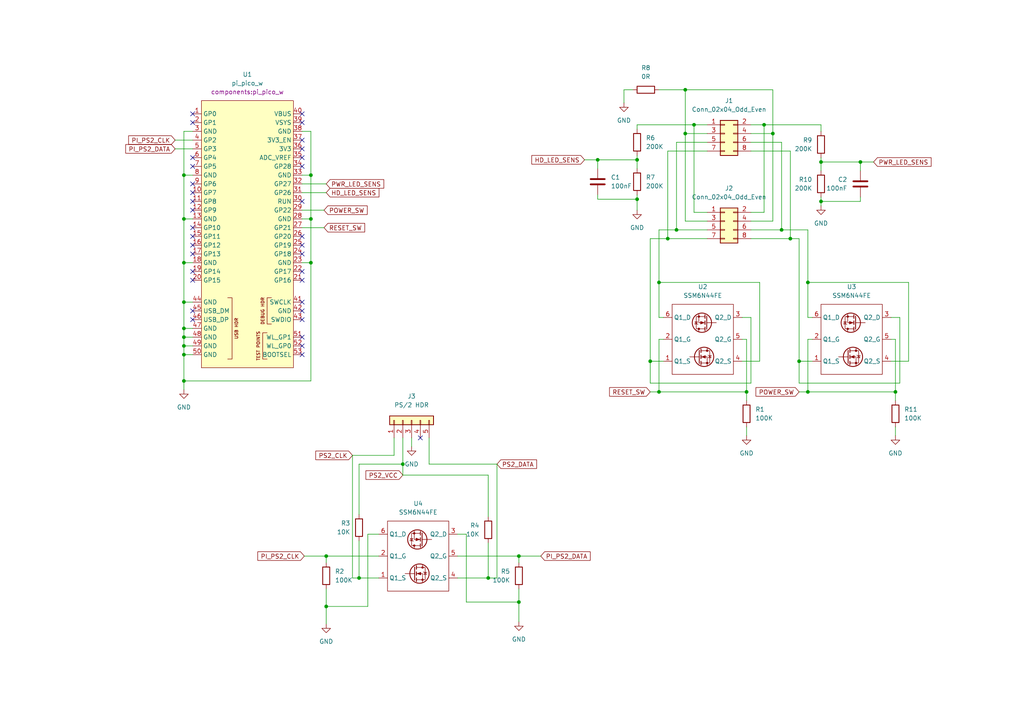
<source format=kicad_sch>
(kicad_sch (version 20211123) (generator eeschema)
  (paper "A4")
  (title_block (title "F_PANEL REMOTE CONTROL") (date "2022-11-11") (rev "${VERSION}") (company "CoolHorse Industries"))
  (lib_symbols
    (symbol "Connector_Generic:Conn_01x05" (pin_names (offset 1.016) hide)
      (property "Reference" "J" (at 0 7.62 0))
      (property "Value" "Conn_01x05" (at 0 -7.62 0))
      (symbol "Conn_01x05_1_1"
        (rectangle (start -1.27 -4.953) (end 0 -5.207) (stroke (width 0.1524)))
        (rectangle (start -1.27 -2.413) (end 0 -2.667) (stroke (width 0.1524)))
        (rectangle (start -1.27 0.127) (end 0 -0.127) (stroke (width 0.1524)))
        (rectangle (start -1.27 2.667) (end 0 2.413) (stroke (width 0.1524)))
        (rectangle (start -1.27 5.207) (end 0 4.953) (stroke (width 0.1524)))
        (rectangle (start -1.27 6.35) (end 1.27 -6.35) (stroke (width 0.254)) (fill (type background)))
        (pin passive line (at -5.08 5.08 0) (length 3.81) (name "Pin_1") (number "1"))
        (pin passive line (at -5.08 2.54 0) (length 3.81) (name "Pin_2") (number "2"))
        (pin passive line (at -5.08 0 0) (length 3.81) (name "Pin_3") (number "3"))
        (pin passive line (at -5.08 -2.54 0) (length 3.81) (name "Pin_4") (number "4"))
        (pin passive line (at -5.08 -5.08 0) (length 3.81) (name "Pin_5") (number "5"))
      )
    )
    (symbol "Connector_Generic:Conn_02x04_Odd_Even" (pin_names (offset 1.016) hide)
      (property "Reference" "J" (at 1.27 5.08 0))
      (property "Value" "Conn_02x04_Odd_Even" (at 1.27 -7.62 0))
      (symbol "Conn_02x04_Odd_Even_1_1"
        (rectangle (start -1.27 -4.953) (end 0 -5.207) (stroke (width 0.1524)))
        (rectangle (start -1.27 -2.413) (end 0 -2.667) (stroke (width 0.1524)))
        (rectangle (start -1.27 0.127) (end 0 -0.127) (stroke (width 0.1524)))
        (rectangle (start -1.27 2.667) (end 0 2.413) (stroke (width 0.1524)))
        (rectangle (start -1.27 3.81) (end 3.81 -6.35) (stroke (width 0.254)) (fill (type background)))
        (rectangle (start 3.81 -4.953) (end 2.54 -5.207) (stroke (width 0.1524)))
        (rectangle (start 3.81 -2.413) (end 2.54 -2.667) (stroke (width 0.1524)))
        (rectangle (start 3.81 0.127) (end 2.54 -0.127) (stroke (width 0.1524)))
        (rectangle (start 3.81 2.667) (end 2.54 2.413) (stroke (width 0.1524)))
        (pin passive line (at -5.08 2.54 0) (length 3.81) (name "Pin_1") (number "1"))
        (pin passive line (at 7.62 2.54 180) (length 3.81) (name "Pin_2") (number "2"))
        (pin passive line (at -5.08 0 0) (length 3.81) (name "Pin_3") (number "3"))
        (pin passive line (at 7.62 0 180) (length 3.81) (name "Pin_4") (number "4"))
        (pin passive line (at -5.08 -2.54 0) (length 3.81) (name "Pin_5") (number "5"))
        (pin passive line (at 7.62 -2.54 180) (length 3.81) (name "Pin_6") (number "6"))
        (pin passive line (at -5.08 -5.08 0) (length 3.81) (name "Pin_7") (number "7"))
        (pin passive line (at 7.62 -5.08 180) (length 3.81) (name "Pin_8") (number "8"))
      )
    )
    (symbol "Device:C" (pin_numbers hide) (pin_names (offset 0.254))
      (property "Reference" "C" (at 0.635 2.54 0))
      (property "Value" "C" (at 0.635 -2.54 0))
      (symbol "C_0_1"
        (polyline (pts (xy -2.032 -0.762) (xy 2.032 -0.762)) (stroke (width 0.508)))
        (polyline (pts (xy -2.032 0.762) (xy 2.032 0.762)) (stroke (width 0.508)))
      )
      (symbol "C_1_1"
        (pin passive line (at 0 3.81 270) (length 2.794) (name "~") (number "1"))
        (pin passive line (at 0 -3.81 90) (length 2.794) (name "~") (number "2"))
      )
    )
    (symbol "Device:R" (pin_numbers hide) (pin_names (offset 0))
      (property "Reference" "R" (at 2.032 0 90))
      (property "Value" "R" (at 0 0 90))
      (symbol "R_0_1"
        (rectangle (start -1.016 -2.54) (end 1.016 2.54) (stroke (width 0.254)))
      )
      (symbol "R_1_1"
        (pin passive line (at 0 3.81 270) (length 1.27) (name "~") (number "1"))
        (pin passive line (at 0 -3.81 90) (length 1.27) (name "~") (number "2"))
      )
    )
    (symbol "components:SSM6N44FE"
      (property "Reference" "U" (at 0 11.43 0))
      (property "Value" "SSM6N44FE" (at 0 -11.43 0))
      (symbol "SSM6N44FE_0_1"
        (rectangle (start -8.89 10.16) (end 8.89 -10.16))
        (circle (center -1.143 3.048) (radius 0.254) (fill (type outline)))
        (circle (center -1.143 6.604) (radius 0.254) (fill (type outline)))
        (circle (center -0.254 4.826) (radius 2.794) (stroke (width 0.254)))
        (polyline (pts (xy -1.143 2.286) (xy -1.143 3.048)))
        (polyline (pts (xy -1.016 -5.08) (xy -3.81 -5.08)))
        (polyline (pts (xy -1.016 -3.175) (xy -1.016 -6.985)) (stroke (width 0.254)))
        (polyline (pts (xy -0.508 -6.35) (xy -0.508 -7.366)) (stroke (width 0.254)))
        (polyline (pts (xy -0.508 -4.572) (xy -0.508 -5.588)) (stroke (width 0.254)))
        (polyline (pts (xy -0.508 -2.794) (xy -0.508 -3.81)) (stroke (width 0.254)))
        (polyline (pts (xy 0.635 2.54) (xy 0.635 3.556)) (stroke (width 0.254)))
        (polyline (pts (xy 0.635 4.318) (xy 0.635 5.334)) (stroke (width 0.254)))
        (polyline (pts (xy 0.635 6.096) (xy 0.635 7.112)) (stroke (width 0.254)))
        (polyline (pts (xy 1.143 2.921) (xy 1.143 6.731)) (stroke (width 0.254)))
        (polyline (pts (xy 1.143 4.826) (xy 3.937 4.826)))
        (polyline (pts (xy 1.27 -2.54) (xy 1.27 -3.302)))
        (polyline (pts (xy -1.143 7.366) (xy -1.143 4.826) (xy 0.635 4.826)))
        (polyline (pts (xy 1.27 -7.62) (xy 1.27 -5.08) (xy -0.508 -5.08)))
        (polyline (pts (xy -1.905 4.445) (xy -1.524 5.08) (xy -2.286 5.08) (xy -1.905 4.445)))
        (polyline (pts (xy -1.397 4.318) (xy -1.524 4.445) (xy -2.286 4.445) (xy -2.413 4.572)))
        (polyline (pts (xy -0.508 -6.858) (xy 2.032 -6.858) (xy 2.032 -3.302) (xy -0.508 -3.302)))
        (polyline (pts (xy -0.254 -5.08) (xy 0.762 -4.699) (xy 0.762 -5.461) (xy -0.254 -5.08)) (fill (type outline)))
        (polyline (pts (xy 0.381 4.826) (xy -0.635 4.445) (xy -0.635 5.207) (xy 0.381 4.826)) (fill (type outline)))
        (polyline (pts (xy 0.635 6.604) (xy -1.905 6.604) (xy -1.905 3.048) (xy 0.635 3.048)))
        (polyline (pts (xy 1.524 -4.572) (xy 1.651 -4.699) (xy 2.413 -4.699) (xy 2.54 -4.826)))
        (polyline (pts (xy 2.032 -4.699) (xy 1.651 -5.334) (xy 2.413 -5.334) (xy 2.032 -4.699)))
        (circle (center 0.381 -5.08) (radius 2.794) (stroke (width 0.254)))
        (circle (center 1.27 -6.858) (radius 0.254) (fill (type outline)))
        (circle (center 1.27 -3.302) (radius 0.254) (fill (type outline)))
      )
      (symbol "SSM6N44FE_1_1"
        (pin passive line (at -11.43 -6.35 0) (length 2.54) (name "Q1_S") (number "1"))
        (pin input line (at -11.43 0 0) (length 2.54) (name "Q1_G") (number "2"))
        (pin passive line (at 11.43 6.35 180) (length 2.54) (name "Q2_D") (number "3"))
        (pin passive line (at 11.43 -6.35 180) (length 2.54) (name "Q2_S") (number "4"))
        (pin input line (at 11.43 0 180) (length 2.54) (name "Q2_G") (number "5"))
        (pin passive line (at -11.43 6.35 0) (length 2.54) (name "Q1_D") (number "6"))
      )
    )
    (symbol "components:pi_pico_w"
      (property "Reference" "U" (at 0 15.24 0))
      (property "Value" "pi_pico_w" (at 0 29.21 0))
      (property "Footprint" "components:pi_pico_w" (at 0 -24.13 0))
      (symbol "pi_pico_w_0_0"
        (polyline (pts (xy 5.08 -44.45) (xy 3.81 -44.45) (xy 3.81 -36.83) (xy 5.08 -36.83)))
        (text "DEBUG HDR" (at 3.81 -30.48 900) (effects (font (size 0.9 0.9))))
        (text "TEST POINTS" (at 2.54 -40.64 900) (effects (font (size 0.9 0.9))))
        (text "USB HDR" (at -3.81 -35.56 900) (effects (font (size 0.9 0.9))))
      )
      (symbol "pi_pico_w_0_1"
        (rectangle (start -13.97 30.48) (end 12.7 -46.99) (fill (type background)))
        (polyline (pts (xy -6.35 -44.45) (xy -5.08 -44.45) (xy -5.08 -26.67) (xy -6.35 -26.67)))
        (polyline (pts (xy 6.35 -26.67) (xy 5.08 -26.67) (xy 5.08 -34.29) (xy 6.35 -34.29)))
      )
      (symbol "pi_pico_w_1_1"
        (pin bidirectional line (at -16.51 26.67 0) (length 2.54) (name "GP0") (number "1"))
        (pin bidirectional line (at -16.51 3.81 0) (length 2.54) (name "GP7") (number "10"))
        (pin bidirectional line (at -16.51 1.27 0) (length 2.54) (name "GP8") (number "11"))
        (pin bidirectional line (at -16.51 -1.27 0) (length 2.54) (name "GP9") (number "12"))
        (pin bidirectional line (at -16.51 -3.81 0) (length 2.54) (name "GND") (number "13"))
        (pin bidirectional line (at -16.51 -6.35 0) (length 2.54) (name "GP10") (number "14"))
        (pin bidirectional line (at -16.51 -8.89 0) (length 2.54) (name "GP11") (number "15"))
        (pin bidirectional line (at -16.51 -11.43 0) (length 2.54) (name "GP12") (number "16"))
        (pin bidirectional line (at -16.51 -13.97 0) (length 2.54) (name "GP13") (number "17"))
        (pin bidirectional line (at -16.51 -16.51 0) (length 2.54) (name "GND") (number "18"))
        (pin bidirectional line (at -16.51 -19.05 0) (length 2.54) (name "GP14") (number "19"))
        (pin bidirectional line (at -16.51 24.13 0) (length 2.54) (name "GP1") (number "2"))
        (pin bidirectional line (at -16.51 -21.59 0) (length 2.54) (name "GP15") (number "20"))
        (pin bidirectional line (at 15.24 -21.59 180) (length 2.54) (name "GP16") (number "21"))
        (pin bidirectional line (at 15.24 -19.05 180) (length 2.54) (name "GP17") (number "22"))
        (pin bidirectional line (at 15.24 -16.51 180) (length 2.54) (name "GND") (number "23"))
        (pin bidirectional line (at 15.24 -13.97 180) (length 2.54) (name "GP18") (number "24"))
        (pin bidirectional line (at 15.24 -11.43 180) (length 2.54) (name "GP19") (number "25"))
        (pin bidirectional line (at 15.24 -8.89 180) (length 2.54) (name "GP20") (number "26"))
        (pin bidirectional line (at 15.24 -6.35 180) (length 2.54) (name "GP21") (number "27"))
        (pin bidirectional line (at 15.24 -3.81 180) (length 2.54) (name "GND") (number "28"))
        (pin bidirectional line (at 15.24 -1.27 180) (length 2.54) (name "GP22") (number "29"))
        (pin bidirectional line (at -16.51 21.59 0) (length 2.54) (name "GND") (number "3"))
        (pin bidirectional line (at 15.24 1.27 180) (length 2.54) (name "RUN") (number "30"))
        (pin bidirectional line (at 15.24 3.81 180) (length 2.54) (name "GP26") (number "31"))
        (pin bidirectional line (at 15.24 6.35 180) (length 2.54) (name "GP27") (number "32"))
        (pin bidirectional line (at 15.24 8.89 180) (length 2.54) (name "GND") (number "33"))
        (pin bidirectional line (at 15.24 11.43 180) (length 2.54) (name "GP28") (number "34"))
        (pin input line (at 15.24 13.97 180) (length 2.54) (name "ADC_VREF") (number "35"))
        (pin power_out line (at 15.24 16.51 180) (length 2.54) (name "3V3") (number "36"))
        (pin input line (at 15.24 19.05 180) (length 2.54) (name "3V3_EN") (number "37"))
        (pin bidirectional line (at 15.24 21.59 180) (length 2.54) (name "GND") (number "38"))
        (pin power_in line (at 15.24 24.13 180) (length 2.54) (name "VSYS") (number "39"))
        (pin bidirectional line (at -16.51 19.05 0) (length 2.54) (name "GP2") (number "4"))
        (pin power_in line (at 15.24 26.67 180) (length 2.54) (name "VBUS") (number "40"))
        (pin bidirectional line (at 15.24 -27.94 180) (length 2.54) (name "SWCLK") (number "41"))
        (pin bidirectional line (at 15.24 -30.48 180) (length 2.54) (name "GND") (number "42"))
        (pin bidirectional line (at 15.24 -33.02 180) (length 2.54) (name "SWDIO") (number "43"))
        (pin bidirectional line (at -16.51 -27.94 0) (length 2.54) (name "GND") (number "44"))
        (pin bidirectional line (at -16.51 -30.48 0) (length 2.54) (name "USB_DM") (number "45"))
        (pin bidirectional line (at -16.51 -33.02 0) (length 2.54) (name "USB_DP") (number "46"))
        (pin bidirectional line (at -16.51 -35.56 0) (length 2.54) (name "GND") (number "47"))
        (pin bidirectional line (at -16.51 -38.1 0) (length 2.54) (name "GND") (number "48"))
        (pin bidirectional line (at -16.51 -40.64 0) (length 2.54) (name "GND") (number "49"))
        (pin bidirectional line (at -16.51 16.51 0) (length 2.54) (name "GP3") (number "5"))
        (pin bidirectional line (at -16.51 -43.18 0) (length 2.54) (name "GND") (number "50"))
        (pin bidirectional line (at 15.24 -38.1 180) (length 2.54) (name "WL_GP1") (number "51"))
        (pin bidirectional line (at 15.24 -40.64 180) (length 2.54) (name "WL_GP0") (number "52"))
        (pin bidirectional line (at 15.24 -43.18 180) (length 2.54) (name "BOOTSEL") (number "53"))
        (pin bidirectional line (at -16.51 13.97 0) (length 2.54) (name "GP4") (number "6"))
        (pin bidirectional line (at -16.51 11.43 0) (length 2.54) (name "GP5") (number "7"))
        (pin bidirectional line (at -16.51 8.89 0) (length 2.54) (name "GND") (number "8"))
        (pin bidirectional line (at -16.51 6.35 0) (length 2.54) (name "GP6") (number "9"))
      )
    )
    (symbol "power:GND" (power) (pin_names (offset 0))
      (property "Value" "GND" (at 0 -3.81 0))
      (symbol "GND_0_1"
        (polyline (pts (xy 0 0) (xy 0 -1.27) (xy 1.27 -1.27) (xy 0 -2.54) (xy -1.27 -1.27) (xy 0 -1.27)))
      )
      (symbol "GND_1_1"
        (pin power_in line (at 0 0 270) (length 0) hide (name "GND") (number "1"))
      )
    )
  )
  (junction (at 193.675 69.215))
  (junction (at 191.135 113.665))
  (junction (at 238.125 58.42))
  (junction (at 104.14 167.64))
  (junction (at 221.615 36.195))
  (junction (at 150.495 174.625))
  (junction (at 198.755 38.735))
  (junction (at 116.84 134.62))
  (junction (at 196.215 66.675))
  (junction (at 53.34 102.87))
  (junction (at 216.535 113.665))
  (junction (at 198.755 26.035))
  (junction (at 234.315 81.915))
  (junction (at 94.615 161.29))
  (junction (at 188.595 104.775))
  (junction (at 201.295 36.195))
  (junction (at 150.495 161.29))
  (junction (at 53.34 76.2))
  (junction (at 184.785 57.785))
  (junction (at 259.715 113.665))
  (junction (at 90.17 50.8))
  (junction (at 226.695 66.675))
  (junction (at 234.315 113.665))
  (junction (at 53.34 97.79))
  (junction (at 141.605 167.64))
  (junction (at 53.34 87.63))
  (junction (at 173.355 46.355))
  (junction (at 53.34 95.25))
  (junction (at 90.17 76.2))
  (junction (at 231.775 104.775))
  (junction (at 53.34 50.8))
  (junction (at 184.785 46.355))
  (junction (at 53.34 110.49))
  (junction (at 191.135 81.915))
  (junction (at 53.34 100.33))
  (junction (at 90.17 63.5))
  (junction (at 94.615 175.895))
  (junction (at 249.555 46.99))
  (junction (at 229.235 69.215))
  (junction (at 238.125 46.99))
  (junction (at 53.34 63.5))
  (junction (at 224.155 38.735))
  (no_connect (at 87.63 35.56))
  (no_connect (at 87.63 78.74))
  (no_connect (at 87.63 87.63))
  (no_connect (at 87.63 73.66))
  (no_connect (at 55.88 92.71))
  (no_connect (at 87.63 97.79))
  (no_connect (at 87.63 68.58))
  (no_connect (at 55.88 71.12))
  (no_connect (at 87.63 71.12))
  (no_connect (at 121.92 127))
  (no_connect (at 55.88 81.28))
  (no_connect (at 55.88 45.72))
  (no_connect (at 87.63 40.64))
  (no_connect (at 55.88 55.88))
  (no_connect (at 55.88 35.56))
  (no_connect (at 87.63 45.72))
  (no_connect (at 55.88 53.34))
  (no_connect (at 87.63 90.17))
  (no_connect (at 87.63 92.71))
  (no_connect (at 87.63 33.02))
  (no_connect (at 55.88 90.17))
  (no_connect (at 55.88 78.74))
  (no_connect (at 87.63 58.42))
  (no_connect (at 87.63 102.87))
  (no_connect (at 55.88 73.66))
  (no_connect (at 87.63 81.28))
  (no_connect (at 55.88 60.96))
  (no_connect (at 87.63 43.18))
  (no_connect (at 55.88 68.58))
  (no_connect (at 55.88 48.26))
  (no_connect (at 55.88 33.02))
  (no_connect (at 87.63 100.33))
  (no_connect (at 55.88 66.04))
  (no_connect (at 55.88 58.42))
  (no_connect (at 87.63 48.26))
  (wire (pts (xy 87.63 53.34) (xy 94.615 53.34)))
  (wire (pts (xy 205.105 41.275) (xy 196.215 41.275)))
  (wire (pts (xy 198.755 64.135) (xy 205.105 64.135)))
  (wire (pts (xy 150.495 174.625) (xy 150.495 180.34)))
  (wire (pts (xy 144.145 167.64) (xy 144.145 134.62)))
  (wire (pts (xy 53.34 97.79) (xy 53.34 100.33)))
  (wire (pts (xy 53.34 76.2) (xy 53.34 87.63)))
  (wire (pts (xy 224.155 38.735) (xy 224.155 64.135)))
  (wire (pts (xy 258.445 98.425) (xy 259.715 98.425)))
  (wire (pts (xy 196.215 41.275) (xy 196.215 66.675)))
  (wire (pts (xy 173.355 57.785) (xy 184.785 57.785)))
  (wire (pts (xy 231.775 104.775) (xy 235.585 104.775)))
  (wire (pts (xy 102.235 132.08) (xy 102.235 167.64)))
  (wire (pts (xy 224.155 38.735) (xy 224.155 26.035)))
  (wire (pts (xy 90.17 76.2) (xy 87.63 76.2)))
  (wire (pts (xy 253.365 46.99) (xy 249.555 46.99)))
  (wire (pts (xy 231.775 69.215) (xy 231.775 104.775)))
  (wire (pts (xy 188.595 111.125) (xy 188.595 104.775)))
  (wire (pts (xy 220.345 104.775) (xy 220.345 81.915)))
  (wire (pts (xy 234.315 92.075) (xy 234.315 81.915)))
  (wire (pts (xy 87.63 60.96) (xy 93.98 60.96)))
  (wire (pts (xy 53.34 95.25) (xy 55.88 95.25)))
  (wire (pts (xy 50.8 40.64) (xy 55.88 40.64)))
  (wire (pts (xy 90.17 76.2) (xy 90.17 110.49)))
  (wire (pts (xy 221.615 61.595) (xy 217.805 61.595)))
  (wire (pts (xy 231.775 113.665) (xy 234.315 113.665)))
  (wire (pts (xy 156.845 161.29) (xy 150.495 161.29)))
  (wire (pts (xy 53.34 100.33) (xy 55.88 100.33)))
  (wire (pts (xy 53.34 100.33) (xy 53.34 102.87)))
  (wire (pts (xy 217.805 36.195) (xy 221.615 36.195)))
  (wire (pts (xy 234.315 81.915) (xy 263.525 81.915)))
  (wire (pts (xy 124.46 134.62) (xy 124.46 127)))
  (wire (pts (xy 53.34 76.2) (xy 55.88 76.2)))
  (wire (pts (xy 150.495 170.815) (xy 150.495 174.625)))
  (wire (pts (xy 94.615 175.895) (xy 94.615 180.975)))
  (wire (pts (xy 259.715 113.665) (xy 259.715 116.205)))
  (wire (pts (xy 109.855 167.64) (xy 104.14 167.64)))
  (wire (pts (xy 191.135 66.675) (xy 191.135 81.915)))
  (wire (pts (xy 94.615 161.29) (xy 94.615 163.195)))
  (wire (pts (xy 132.715 167.64) (xy 141.605 167.64)))
  (wire (pts (xy 50.8 43.18) (xy 55.88 43.18)))
  (wire (pts (xy 104.14 134.62) (xy 116.84 134.62)))
  (wire (pts (xy 196.215 66.675) (xy 205.105 66.675)))
  (wire (pts (xy 106.68 154.94) (xy 106.68 175.895)))
  (wire (pts (xy 226.695 66.675) (xy 234.315 66.675)))
  (wire (pts (xy 141.605 149.86) (xy 141.605 137.795)))
  (wire (pts (xy 114.3 132.08) (xy 102.235 132.08)))
  (wire (pts (xy 104.14 156.845) (xy 104.14 167.64)))
  (wire (pts (xy 193.675 43.815) (xy 193.675 69.215)))
  (wire (pts (xy 53.34 50.8) (xy 53.34 63.5)))
  (wire (pts (xy 259.715 123.825) (xy 259.715 126.365)))
  (wire (pts (xy 249.555 57.15) (xy 249.555 58.42)))
  (wire (pts (xy 217.805 111.125) (xy 188.595 111.125)))
  (wire (pts (xy 184.785 45.085) (xy 184.785 46.355)))
  (wire (pts (xy 216.535 123.825) (xy 216.535 126.365)))
  (wire (pts (xy 109.855 154.94) (xy 106.68 154.94)))
  (wire (pts (xy 193.675 69.215) (xy 205.105 69.215)))
  (wire (pts (xy 184.785 56.515) (xy 184.785 57.785)))
  (wire (pts (xy 238.125 58.42) (xy 238.125 59.69)))
  (wire (pts (xy 234.315 66.675) (xy 234.315 81.915)))
  (wire (pts (xy 221.615 36.195) (xy 238.125 36.195)))
  (wire (pts (xy 173.355 56.515) (xy 173.355 57.785)))
  (wire (pts (xy 53.34 50.8) (xy 55.88 50.8)))
  (wire (pts (xy 216.535 113.665) (xy 216.535 116.205)))
  (wire (pts (xy 183.515 26.035) (xy 180.975 26.035)))
  (wire (pts (xy 104.14 149.225) (xy 104.14 134.62)))
  (wire (pts (xy 217.805 41.275) (xy 226.695 41.275)))
  (wire (pts (xy 173.355 46.355) (xy 184.785 46.355)))
  (wire (pts (xy 201.295 61.595) (xy 205.105 61.595)))
  (wire (pts (xy 188.595 69.215) (xy 188.595 104.775)))
  (wire (pts (xy 205.105 36.195) (xy 201.295 36.195)))
  (wire (pts (xy 87.63 55.88) (xy 94.615 55.88)))
  (wire (pts (xy 249.555 46.99) (xy 238.125 46.99)))
  (wire (pts (xy 238.125 57.15) (xy 238.125 58.42)))
  (wire (pts (xy 217.805 38.735) (xy 224.155 38.735)))
  (wire (pts (xy 201.295 36.195) (xy 201.295 61.595)))
  (wire (pts (xy 238.125 45.72) (xy 238.125 46.99)))
  (wire (pts (xy 191.135 81.915) (xy 191.135 92.075)))
  (wire (pts (xy 258.445 92.075) (xy 260.985 92.075)))
  (wire (pts (xy 53.34 95.25) (xy 53.34 97.79)))
  (wire (pts (xy 135.255 174.625) (xy 150.495 174.625)))
  (wire (pts (xy 87.63 38.1) (xy 90.17 38.1)))
  (wire (pts (xy 53.34 110.49) (xy 53.34 113.03)))
  (wire (pts (xy 215.265 92.075) (xy 217.805 92.075)))
  (wire (pts (xy 235.585 92.075) (xy 234.315 92.075)))
  (wire (pts (xy 224.155 26.035) (xy 198.755 26.035)))
  (wire (pts (xy 191.135 26.035) (xy 198.755 26.035)))
  (wire (pts (xy 217.805 92.075) (xy 217.805 111.125)))
  (wire (pts (xy 53.34 97.79) (xy 55.88 97.79)))
  (wire (pts (xy 184.785 57.785) (xy 184.785 60.96)))
  (wire (pts (xy 106.68 175.895) (xy 94.615 175.895)))
  (wire (pts (xy 205.105 38.735) (xy 198.755 38.735)))
  (wire (pts (xy 184.785 46.355) (xy 184.785 48.895)))
  (wire (pts (xy 135.255 154.94) (xy 135.255 174.625)))
  (wire (pts (xy 53.34 63.5) (xy 55.88 63.5)))
  (wire (pts (xy 132.715 154.94) (xy 135.255 154.94)))
  (wire (pts (xy 116.84 134.62) (xy 116.84 137.795)))
  (wire (pts (xy 109.855 161.29) (xy 94.615 161.29)))
  (wire (pts (xy 94.615 170.815) (xy 94.615 175.895)))
  (wire (pts (xy 191.135 98.425) (xy 191.135 113.665)))
  (wire (pts (xy 90.17 110.49) (xy 53.34 110.49)))
  (wire (pts (xy 191.135 92.075) (xy 192.405 92.075)))
  (wire (pts (xy 191.135 113.665) (xy 216.535 113.665)))
  (wire (pts (xy 221.615 36.195) (xy 221.615 61.595)))
  (wire (pts (xy 53.34 63.5) (xy 53.34 76.2)))
  (wire (pts (xy 215.265 104.775) (xy 220.345 104.775)))
  (wire (pts (xy 116.84 127) (xy 116.84 134.62)))
  (wire (pts (xy 119.38 127) (xy 119.38 129.54)))
  (wire (pts (xy 226.695 66.675) (xy 217.805 66.675)))
  (wire (pts (xy 192.405 98.425) (xy 191.135 98.425)))
  (wire (pts (xy 141.605 167.64) (xy 144.145 167.64)))
  (wire (pts (xy 260.985 111.125) (xy 231.775 111.125)))
  (wire (pts (xy 173.355 46.355) (xy 173.355 48.895)))
  (wire (pts (xy 229.235 43.815) (xy 229.235 69.215)))
  (wire (pts (xy 231.775 111.125) (xy 231.775 104.775)))
  (wire (pts (xy 53.34 38.1) (xy 53.34 50.8)))
  (wire (pts (xy 198.755 38.735) (xy 198.755 64.135)))
  (wire (pts (xy 188.595 113.665) (xy 191.135 113.665)))
  (wire (pts (xy 238.125 36.195) (xy 238.125 38.1)))
  (wire (pts (xy 169.545 46.355) (xy 173.355 46.355)))
  (wire (pts (xy 188.595 104.775) (xy 192.405 104.775)))
  (wire (pts (xy 198.755 26.035) (xy 198.755 38.735)))
  (wire (pts (xy 144.145 134.62) (xy 124.46 134.62)))
  (wire (pts (xy 87.63 50.8) (xy 90.17 50.8)))
  (wire (pts (xy 132.715 161.29) (xy 150.495 161.29)))
  (wire (pts (xy 260.985 92.075) (xy 260.985 111.125)))
  (wire (pts (xy 238.125 46.99) (xy 238.125 49.53)))
  (wire (pts (xy 141.605 157.48) (xy 141.605 167.64)))
  (wire (pts (xy 217.805 43.815) (xy 229.235 43.815)))
  (wire (pts (xy 87.63 63.5) (xy 90.17 63.5)))
  (wire (pts (xy 216.535 113.665) (xy 216.535 98.425)))
  (wire (pts (xy 263.525 81.915) (xy 263.525 104.775)))
  (wire (pts (xy 229.235 69.215) (xy 217.805 69.215)))
  (wire (pts (xy 53.34 87.63) (xy 53.34 95.25)))
  (wire (pts (xy 88.265 161.29) (xy 94.615 161.29)))
  (wire (pts (xy 90.17 38.1) (xy 90.17 50.8)))
  (wire (pts (xy 114.3 127) (xy 114.3 132.08)))
  (wire (pts (xy 249.555 58.42) (xy 238.125 58.42)))
  (wire (pts (xy 220.345 81.915) (xy 191.135 81.915)))
  (wire (pts (xy 205.105 43.815) (xy 193.675 43.815)))
  (wire (pts (xy 249.555 46.99) (xy 249.555 49.53)))
  (wire (pts (xy 90.17 50.8) (xy 90.17 63.5)))
  (wire (pts (xy 193.675 69.215) (xy 188.595 69.215)))
  (wire (pts (xy 180.975 26.035) (xy 180.975 29.845)))
  (wire (pts (xy 234.315 113.665) (xy 259.715 113.665)))
  (wire (pts (xy 201.295 36.195) (xy 184.785 36.195)))
  (wire (pts (xy 215.265 98.425) (xy 216.535 98.425)))
  (wire (pts (xy 53.34 87.63) (xy 55.88 87.63)))
  (wire (pts (xy 259.715 113.665) (xy 259.715 98.425)))
  (wire (pts (xy 235.585 98.425) (xy 234.315 98.425)))
  (wire (pts (xy 87.63 66.04) (xy 93.98 66.04)))
  (wire (pts (xy 55.88 38.1) (xy 53.34 38.1)))
  (wire (pts (xy 53.34 102.87) (xy 55.88 102.87)))
  (wire (pts (xy 150.495 161.29) (xy 150.495 163.195)))
  (wire (pts (xy 234.315 98.425) (xy 234.315 113.665)))
  (wire (pts (xy 226.695 41.275) (xy 226.695 66.675)))
  (wire (pts (xy 90.17 63.5) (xy 90.17 76.2)))
  (wire (pts (xy 263.525 104.775) (xy 258.445 104.775)))
  (wire (pts (xy 141.605 137.795) (xy 116.84 137.795)))
  (wire (pts (xy 196.215 66.675) (xy 191.135 66.675)))
  (wire (pts (xy 224.155 64.135) (xy 217.805 64.135)))
  (wire (pts (xy 229.235 69.215) (xy 231.775 69.215)))
  (wire (pts (xy 184.785 36.195) (xy 184.785 37.465)))
  (wire (pts (xy 53.34 110.49) (xy 53.34 102.87)))
  (wire (pts (xy 102.235 167.64) (xy 104.14 167.64)))
  (global_label "POWER_SW" (shape input) (at 231.775 113.665 180) (property "Intersheet References" "${INTERSHEET_REFS}" (effects hide)))
  (global_label "PS2_CLK" (shape input) (at 102.235 132.08 180) (property "Intersheet References" "${INTERSHEET_REFS}" (effects hide)))
  (global_label "POWER_SW" (shape input) (at 93.98 60.96 0) (property "Intersheet References" "${INTERSHEET_REFS}" (effects hide)))
  (global_label "HD_LED_SENS" (shape input) (at 169.545 46.355 180) (property "Intersheet References" "${INTERSHEET_REFS}" (effects hide)))
  (global_label "PWR_LED_SENS" (shape input) (at 94.615 53.34 0) (property "Intersheet References" "${INTERSHEET_REFS}" (effects hide)))
  (global_label "PS2_VCC" (shape input) (at 116.84 137.795 180) (property "Intersheet References" "${INTERSHEET_REFS}" (effects hide)))
  (global_label "HD_LED_SENS" (shape input) (at 94.615 55.88 0) (property "Intersheet References" "${INTERSHEET_REFS}" (effects hide)))
  (global_label "PI_PS2_DATA" (shape input) (at 50.8 43.18 180) (property "Intersheet References" "${INTERSHEET_REFS}" (effects hide)))
  (global_label "PI_PS2_CLK" (shape input) (at 88.265 161.29 180) (property "Intersheet References" "${INTERSHEET_REFS}" (effects hide)))
  (global_label "PI_PS2_CLK" (shape input) (at 50.8 40.64 180) (property "Intersheet References" "${INTERSHEET_REFS}" (effects hide)))
  (global_label "PI_PS2_DATA" (shape input) (at 156.845 161.29 0) (property "Intersheet References" "${INTERSHEET_REFS}" (effects hide)))
  (global_label "PS2_DATA" (shape input) (at 144.145 134.62 0) (property "Intersheet References" "${INTERSHEET_REFS}" (effects hide)))
  (global_label "RESET_SW" (shape input) (at 93.98 66.04 0) (property "Intersheet References" "${INTERSHEET_REFS}" (effects hide)))
  (global_label "RESET_SW" (shape input) (at 188.595 113.665 180) (property "Intersheet References" "${INTERSHEET_REFS}" (effects hide)))
  (global_label "PWR_LED_SENS" (shape input) (at 253.365 46.99 0) (property "Intersheet References" "${INTERSHEET_REFS}" (effects hide)))
  (symbol (lib_id "Device:R") (at 150.495 167.005 0) (mirror y) (unit 1)
    (property "Reference" "R5" (at 147.955 165.7349 0) (effects (justify left)))
    (property "Value" "100K" (at 147.955 168.2749 0) (effects (justify left)))
    (property "Footprint" "Resistor_SMD:R_0603_1608Metric" (effects hide))
  )
  (symbol (lib_id "power:GND") (at 119.38 129.54 0) (unit 1)
    (property "Reference" "#PWR0103" (effects hide))
    (property "Value" "GND" (at 119.38 134.62 0))
  )
  (symbol (lib_id "Device:R") (at 259.715 120.015 0) (unit 1)
    (property "Reference" "R11" (at 262.255 118.7449 0) (effects (justify left)))
    (property "Value" "100K" (at 262.255 121.2849 0) (effects (justify left)))
    (property "Footprint" "Resistor_SMD:R_0603_1608Metric" (effects hide))
  )
  (symbol (lib_id "Device:R") (at 216.535 120.015 0) (unit 1)
    (property "Reference" "R1" (at 219.075 118.7449 0) (effects (justify left)))
    (property "Value" "100K" (at 219.075 121.2849 0) (effects (justify left)))
    (property "Footprint" "Resistor_SMD:R_0603_1608Metric" (effects hide))
  )
  (symbol (lib_id "Connector_Generic:Conn_02x04_Odd_Even") (at 210.185 64.135 0) (unit 1)
    (property "Reference" "J2" (at 211.455 54.61 0))
    (property "Value" "Conn_02x04_Odd_Even" (at 211.455 57.15 0))
    (property "Footprint" "Connector_PinHeader_2.54mm:PinHeader_2x04_P2.54mm_Vertical" (effects hide))
  )
  (symbol (lib_id "Device:C") (at 249.555 53.34 0) (mirror y) (unit 1)
    (property "Reference" "C2" (at 245.745 52.0699 0) (effects (justify left)))
    (property "Value" "100nF" (at 245.745 54.6099 0) (effects (justify left)))
    (property "Footprint" "Capacitor_SMD:C_0603_1608Metric" (effects hide))
  )
  (symbol (lib_id "power:GND") (at 94.615 180.975 0) (unit 1)
    (property "Reference" "#PWR0109" (effects hide))
    (property "Value" "GND" (at 94.615 186.055 0))
  )
  (symbol (lib_id "power:GND") (at 238.125 59.69 0) (mirror y) (unit 1)
    (property "Reference" "#PWR0106" (effects hide))
    (property "Value" "GND" (at 238.125 64.77 0))
  )
  (symbol (lib_id "Device:R") (at 94.615 167.005 0) (unit 1)
    (property "Reference" "R2" (at 97.155 165.7349 0) (effects (justify left)))
    (property "Value" "100K" (at 97.155 168.2749 0) (effects (justify left)))
    (property "Footprint" "Resistor_SMD:R_0603_1608Metric" (effects hide))
  )
  (symbol (lib_id "Device:R") (at 187.325 26.035 90) (unit 1)
    (property "Reference" "R8" (at 187.325 19.685 90))
    (property "Value" "0R" (at 187.325 22.225 90))
    (property "Footprint" "Resistor_SMD:R_0603_1608Metric" (effects hide))
  )
  (symbol (lib_id "Device:R") (at 141.605 153.67 0) (mirror y) (unit 1)
    (property "Reference" "R4" (at 139.065 152.3999 0) (effects (justify left)))
    (property "Value" "10K" (at 139.065 154.9399 0) (effects (justify left)))
    (property "Footprint" "Resistor_SMD:R_0603_1608Metric" (effects hide))
  )
  (symbol (lib_id "Device:R") (at 238.125 53.34 0) (mirror y) (unit 1)
    (property "Reference" "R10" (at 235.585 52.0699 0) (effects (justify left)))
    (property "Value" "200K" (at 235.585 54.6099 0) (effects (justify left)))
    (property "Footprint" "Resistor_SMD:R_0603_1608Metric" (effects hide))
  )
  (symbol (lib_id "Device:R") (at 238.125 41.91 0) (mirror y) (unit 1)
    (property "Reference" "R9" (at 235.585 40.6399 0) (effects (justify left)))
    (property "Value" "200K" (at 235.585 43.1799 0) (effects (justify left)))
    (property "Footprint" "Resistor_SMD:R_0603_1608Metric" (effects hide))
  )
  (symbol (lib_id "components:SSM6N44FE") (at 121.285 161.29 0) (unit 1)
    (property "Reference" "U4" (at 121.285 146.05 0))
    (property "Value" "SSM6N44FE" (at 121.285 148.59 0))
    (property "Footprint" "Package_TO_SOT_SMD:SOT-563" (effects hide))
  )
  (symbol (lib_id "power:GND") (at 53.34 113.03 0) (unit 1)
    (property "Reference" "#PWR0108" (effects hide))
    (property "Value" "GND" (at 53.34 118.11 0))
  )
  (symbol (lib_id "Device:R") (at 184.785 41.275 0) (unit 1)
    (property "Reference" "R6" (at 187.325 40.0049 0) (effects (justify left)))
    (property "Value" "200K" (at 187.325 42.5449 0) (effects (justify left)))
    (property "Footprint" "Resistor_SMD:R_0603_1608Metric" (effects hide))
  )
  (symbol (lib_id "power:GND") (at 150.495 180.34 0) (mirror y) (unit 1)
    (property "Reference" "#PWR0102" (effects hide))
    (property "Value" "GND" (at 150.495 185.42 0))
  )
  (symbol (lib_id "power:GND") (at 259.715 126.365 0) (unit 1)
    (property "Reference" "#PWR0107" (effects hide))
    (property "Value" "GND" (at 259.715 131.445 0))
  )
  (symbol (lib_id "components:SSM6N44FE") (at 203.835 98.425 0) (unit 1)
    (property "Reference" "U2" (at 203.835 83.185 0))
    (property "Value" "SSM6N44FE" (at 203.835 85.725 0))
    (property "Footprint" "Package_TO_SOT_SMD:SOT-563" (effects hide))
  )
  (symbol (lib_id "components:pi_pico_w") (at 72.39 59.69 0) (unit 1)
    (property "Reference" "U1" (at 71.755 21.59 0))
    (property "Value" "pi_pico_w" (at 71.755 24.13 0))
    (property "Footprint" "components:pi_pico_w" (at 71.755 26.67 0))
  )
  (symbol (lib_id "Connector_Generic:Conn_02x04_Odd_Even") (at 210.185 38.735 0) (unit 1)
    (property "Reference" "J1" (at 211.455 29.21 0))
    (property "Value" "Conn_02x04_Odd_Even" (at 211.455 31.75 0))
    (property "Footprint" "Connector_PinHeader_2.54mm:PinHeader_2x04_P2.54mm_Vertical" (effects hide))
  )
  (symbol (lib_id "power:GND") (at 216.535 126.365 0) (unit 1)
    (property "Reference" "#PWR0101" (effects hide))
    (property "Value" "GND" (at 216.535 131.445 0))
  )
  (symbol (lib_id "power:GND") (at 180.975 29.845 0) (unit 1)
    (property "Reference" "#PWR0105" (effects hide))
    (property "Value" "GND" (at 180.975 34.925 0))
  )
  (symbol (lib_id "components:SSM6N44FE") (at 247.015 98.425 0) (unit 1)
    (property "Reference" "U3" (at 247.015 83.185 0))
    (property "Value" "SSM6N44FE" (at 247.015 85.725 0))
    (property "Footprint" "Package_TO_SOT_SMD:SOT-563" (effects hide))
  )
  (symbol (lib_id "Device:R") (at 184.785 52.705 0) (unit 1)
    (property "Reference" "R7" (at 187.325 51.4349 0) (effects (justify left)))
    (property "Value" "200K" (at 187.325 53.9749 0) (effects (justify left)))
    (property "Footprint" "Resistor_SMD:R_0603_1608Metric" (effects hide))
  )
  (symbol (lib_id "Connector_Generic:Conn_01x05") (at 119.38 121.92 90) (unit 1)
    (property "Reference" "J3" (at 119.38 114.935 90))
    (property "Value" "PS/2 HDR" (at 119.38 117.475 90))
    (property "Footprint" "Connector_PinHeader_2.54mm:PinHeader_1x05_P2.54mm_Vertical" (effects hide))
  )
  (symbol (lib_id "power:GND") (at 184.785 60.96 0) (unit 1)
    (property "Reference" "#PWR0104" (effects hide))
    (property "Value" "GND" (at 184.785 66.04 0))
  )
  (symbol (lib_id "Device:C") (at 173.355 52.705 0) (unit 1)
    (property "Reference" "C1" (at 177.165 51.4349 0) (effects (justify left)))
    (property "Value" "100nF" (at 177.165 53.9749 0) (effects (justify left)))
    (property "Footprint" "Capacitor_SMD:C_0603_1608Metric" (effects hide))
  )
  (symbol (lib_id "Device:R") (at 104.14 153.035 0) (mirror y) (unit 1)
    (property "Reference" "R3" (at 101.6 151.7649 0) (effects (justify left)))
    (property "Value" "10K" (at 101.6 154.3049 0) (effects (justify left)))
    (property "Footprint" "Resistor_SMD:R_0603_1608Metric" (effects hide))
  )
)
</source>
